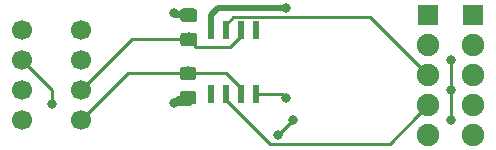
<source format=gbr>
G04 #@! TF.GenerationSoftware,KiCad,Pcbnew,5.0.0-fee4fd1~66~ubuntu18.04.1*
G04 #@! TF.CreationDate,2018-10-20T19:30:02+02:00*
G04 #@! TF.ProjectId,bmp280-sensor-board,626D703238302D73656E736F722D626F,rev?*
G04 #@! TF.SameCoordinates,Original*
G04 #@! TF.FileFunction,Copper,L1,Top,Signal*
G04 #@! TF.FilePolarity,Positive*
%FSLAX46Y46*%
G04 Gerber Fmt 4.6, Leading zero omitted, Abs format (unit mm)*
G04 Created by KiCad (PCBNEW 5.0.0-fee4fd1~66~ubuntu18.04.1) date Sat Oct 20 19:30:02 2018*
%MOMM*%
%LPD*%
G01*
G04 APERTURE LIST*
G04 #@! TA.AperFunction,Conductor*
%ADD10C,0.100000*%
G04 #@! TD*
G04 #@! TA.AperFunction,SMDPad,CuDef*
%ADD11C,1.150000*%
G04 #@! TD*
G04 #@! TA.AperFunction,SMDPad,CuDef*
%ADD12R,0.600000X1.550000*%
G04 #@! TD*
G04 #@! TA.AperFunction,ComponentPad*
%ADD13C,1.700000*%
G04 #@! TD*
G04 #@! TA.AperFunction,ComponentPad*
%ADD14R,1.800000X1.800000*%
G04 #@! TD*
G04 #@! TA.AperFunction,ComponentPad*
%ADD15O,1.900000X1.900000*%
G04 #@! TD*
G04 #@! TA.AperFunction,ViaPad*
%ADD16C,0.800000*%
G04 #@! TD*
G04 #@! TA.AperFunction,Conductor*
%ADD17C,0.500000*%
G04 #@! TD*
G04 #@! TA.AperFunction,Conductor*
%ADD18C,0.250000*%
G04 #@! TD*
G04 #@! TA.AperFunction,Conductor*
%ADD19C,0.400000*%
G04 #@! TD*
G04 APERTURE END LIST*
D10*
G04 #@! TO.N,+3V3*
G04 #@! TO.C,R1*
G36*
X110329505Y-43466204D02*
X110353773Y-43469804D01*
X110377572Y-43475765D01*
X110400671Y-43484030D01*
X110422850Y-43494520D01*
X110443893Y-43507132D01*
X110463599Y-43521747D01*
X110481777Y-43538223D01*
X110498253Y-43556401D01*
X110512868Y-43576107D01*
X110525480Y-43597150D01*
X110535970Y-43619329D01*
X110544235Y-43642428D01*
X110550196Y-43666227D01*
X110553796Y-43690495D01*
X110555000Y-43714999D01*
X110555000Y-44365001D01*
X110553796Y-44389505D01*
X110550196Y-44413773D01*
X110544235Y-44437572D01*
X110535970Y-44460671D01*
X110525480Y-44482850D01*
X110512868Y-44503893D01*
X110498253Y-44523599D01*
X110481777Y-44541777D01*
X110463599Y-44558253D01*
X110443893Y-44572868D01*
X110422850Y-44585480D01*
X110400671Y-44595970D01*
X110377572Y-44604235D01*
X110353773Y-44610196D01*
X110329505Y-44613796D01*
X110305001Y-44615000D01*
X109404999Y-44615000D01*
X109380495Y-44613796D01*
X109356227Y-44610196D01*
X109332428Y-44604235D01*
X109309329Y-44595970D01*
X109287150Y-44585480D01*
X109266107Y-44572868D01*
X109246401Y-44558253D01*
X109228223Y-44541777D01*
X109211747Y-44523599D01*
X109197132Y-44503893D01*
X109184520Y-44482850D01*
X109174030Y-44460671D01*
X109165765Y-44437572D01*
X109159804Y-44413773D01*
X109156204Y-44389505D01*
X109155000Y-44365001D01*
X109155000Y-43714999D01*
X109156204Y-43690495D01*
X109159804Y-43666227D01*
X109165765Y-43642428D01*
X109174030Y-43619329D01*
X109184520Y-43597150D01*
X109197132Y-43576107D01*
X109211747Y-43556401D01*
X109228223Y-43538223D01*
X109246401Y-43521747D01*
X109266107Y-43507132D01*
X109287150Y-43494520D01*
X109309329Y-43484030D01*
X109332428Y-43475765D01*
X109356227Y-43469804D01*
X109380495Y-43466204D01*
X109404999Y-43465000D01*
X110305001Y-43465000D01*
X110329505Y-43466204D01*
X110329505Y-43466204D01*
G37*
D11*
G04 #@! TD*
G04 #@! TO.P,R1,1*
G04 #@! TO.N,+3V3*
X109855000Y-44040000D03*
D10*
G04 #@! TO.N,/SCL*
G04 #@! TO.C,R1*
G36*
X110329505Y-45516204D02*
X110353773Y-45519804D01*
X110377572Y-45525765D01*
X110400671Y-45534030D01*
X110422850Y-45544520D01*
X110443893Y-45557132D01*
X110463599Y-45571747D01*
X110481777Y-45588223D01*
X110498253Y-45606401D01*
X110512868Y-45626107D01*
X110525480Y-45647150D01*
X110535970Y-45669329D01*
X110544235Y-45692428D01*
X110550196Y-45716227D01*
X110553796Y-45740495D01*
X110555000Y-45764999D01*
X110555000Y-46415001D01*
X110553796Y-46439505D01*
X110550196Y-46463773D01*
X110544235Y-46487572D01*
X110535970Y-46510671D01*
X110525480Y-46532850D01*
X110512868Y-46553893D01*
X110498253Y-46573599D01*
X110481777Y-46591777D01*
X110463599Y-46608253D01*
X110443893Y-46622868D01*
X110422850Y-46635480D01*
X110400671Y-46645970D01*
X110377572Y-46654235D01*
X110353773Y-46660196D01*
X110329505Y-46663796D01*
X110305001Y-46665000D01*
X109404999Y-46665000D01*
X109380495Y-46663796D01*
X109356227Y-46660196D01*
X109332428Y-46654235D01*
X109309329Y-46645970D01*
X109287150Y-46635480D01*
X109266107Y-46622868D01*
X109246401Y-46608253D01*
X109228223Y-46591777D01*
X109211747Y-46573599D01*
X109197132Y-46553893D01*
X109184520Y-46532850D01*
X109174030Y-46510671D01*
X109165765Y-46487572D01*
X109159804Y-46463773D01*
X109156204Y-46439505D01*
X109155000Y-46415001D01*
X109155000Y-45764999D01*
X109156204Y-45740495D01*
X109159804Y-45716227D01*
X109165765Y-45692428D01*
X109174030Y-45669329D01*
X109184520Y-45647150D01*
X109197132Y-45626107D01*
X109211747Y-45606401D01*
X109228223Y-45588223D01*
X109246401Y-45571747D01*
X109266107Y-45557132D01*
X109287150Y-45544520D01*
X109309329Y-45534030D01*
X109332428Y-45525765D01*
X109356227Y-45519804D01*
X109380495Y-45516204D01*
X109404999Y-45515000D01*
X110305001Y-45515000D01*
X110329505Y-45516204D01*
X110329505Y-45516204D01*
G37*
D11*
G04 #@! TD*
G04 #@! TO.P,R1,2*
G04 #@! TO.N,/SCL*
X109855000Y-46090000D03*
D10*
G04 #@! TO.N,+3V3*
G04 #@! TO.C,R2*
G36*
X110284505Y-50451204D02*
X110308773Y-50454804D01*
X110332572Y-50460765D01*
X110355671Y-50469030D01*
X110377850Y-50479520D01*
X110398893Y-50492132D01*
X110418599Y-50506747D01*
X110436777Y-50523223D01*
X110453253Y-50541401D01*
X110467868Y-50561107D01*
X110480480Y-50582150D01*
X110490970Y-50604329D01*
X110499235Y-50627428D01*
X110505196Y-50651227D01*
X110508796Y-50675495D01*
X110510000Y-50699999D01*
X110510000Y-51350001D01*
X110508796Y-51374505D01*
X110505196Y-51398773D01*
X110499235Y-51422572D01*
X110490970Y-51445671D01*
X110480480Y-51467850D01*
X110467868Y-51488893D01*
X110453253Y-51508599D01*
X110436777Y-51526777D01*
X110418599Y-51543253D01*
X110398893Y-51557868D01*
X110377850Y-51570480D01*
X110355671Y-51580970D01*
X110332572Y-51589235D01*
X110308773Y-51595196D01*
X110284505Y-51598796D01*
X110260001Y-51600000D01*
X109359999Y-51600000D01*
X109335495Y-51598796D01*
X109311227Y-51595196D01*
X109287428Y-51589235D01*
X109264329Y-51580970D01*
X109242150Y-51570480D01*
X109221107Y-51557868D01*
X109201401Y-51543253D01*
X109183223Y-51526777D01*
X109166747Y-51508599D01*
X109152132Y-51488893D01*
X109139520Y-51467850D01*
X109129030Y-51445671D01*
X109120765Y-51422572D01*
X109114804Y-51398773D01*
X109111204Y-51374505D01*
X109110000Y-51350001D01*
X109110000Y-50699999D01*
X109111204Y-50675495D01*
X109114804Y-50651227D01*
X109120765Y-50627428D01*
X109129030Y-50604329D01*
X109139520Y-50582150D01*
X109152132Y-50561107D01*
X109166747Y-50541401D01*
X109183223Y-50523223D01*
X109201401Y-50506747D01*
X109221107Y-50492132D01*
X109242150Y-50479520D01*
X109264329Y-50469030D01*
X109287428Y-50460765D01*
X109311227Y-50454804D01*
X109335495Y-50451204D01*
X109359999Y-50450000D01*
X110260001Y-50450000D01*
X110284505Y-50451204D01*
X110284505Y-50451204D01*
G37*
D11*
G04 #@! TD*
G04 #@! TO.P,R2,2*
G04 #@! TO.N,+3V3*
X109810000Y-51025000D03*
D10*
G04 #@! TO.N,/SDA*
G04 #@! TO.C,R2*
G36*
X110284505Y-48401204D02*
X110308773Y-48404804D01*
X110332572Y-48410765D01*
X110355671Y-48419030D01*
X110377850Y-48429520D01*
X110398893Y-48442132D01*
X110418599Y-48456747D01*
X110436777Y-48473223D01*
X110453253Y-48491401D01*
X110467868Y-48511107D01*
X110480480Y-48532150D01*
X110490970Y-48554329D01*
X110499235Y-48577428D01*
X110505196Y-48601227D01*
X110508796Y-48625495D01*
X110510000Y-48649999D01*
X110510000Y-49300001D01*
X110508796Y-49324505D01*
X110505196Y-49348773D01*
X110499235Y-49372572D01*
X110490970Y-49395671D01*
X110480480Y-49417850D01*
X110467868Y-49438893D01*
X110453253Y-49458599D01*
X110436777Y-49476777D01*
X110418599Y-49493253D01*
X110398893Y-49507868D01*
X110377850Y-49520480D01*
X110355671Y-49530970D01*
X110332572Y-49539235D01*
X110308773Y-49545196D01*
X110284505Y-49548796D01*
X110260001Y-49550000D01*
X109359999Y-49550000D01*
X109335495Y-49548796D01*
X109311227Y-49545196D01*
X109287428Y-49539235D01*
X109264329Y-49530970D01*
X109242150Y-49520480D01*
X109221107Y-49507868D01*
X109201401Y-49493253D01*
X109183223Y-49476777D01*
X109166747Y-49458599D01*
X109152132Y-49438893D01*
X109139520Y-49417850D01*
X109129030Y-49395671D01*
X109120765Y-49372572D01*
X109114804Y-49348773D01*
X109111204Y-49324505D01*
X109110000Y-49300001D01*
X109110000Y-48649999D01*
X109111204Y-48625495D01*
X109114804Y-48601227D01*
X109120765Y-48577428D01*
X109129030Y-48554329D01*
X109139520Y-48532150D01*
X109152132Y-48511107D01*
X109166747Y-48491401D01*
X109183223Y-48473223D01*
X109201401Y-48456747D01*
X109221107Y-48442132D01*
X109242150Y-48429520D01*
X109264329Y-48419030D01*
X109287428Y-48410765D01*
X109311227Y-48404804D01*
X109335495Y-48401204D01*
X109359999Y-48400000D01*
X110260001Y-48400000D01*
X110284505Y-48401204D01*
X110284505Y-48401204D01*
G37*
D11*
G04 #@! TD*
G04 #@! TO.P,R2,1*
G04 #@! TO.N,/SDA*
X109810000Y-48975000D03*
D12*
G04 #@! TO.P,U3,1*
G04 #@! TO.N,Net-(U3-Pad1)*
X111715000Y-50710000D03*
G04 #@! TO.P,U3,2*
G04 #@! TO.N,/SDABUF*
X112985000Y-50710000D03*
G04 #@! TO.P,U3,3*
G04 #@! TO.N,/SDA*
X114255000Y-50710000D03*
G04 #@! TO.P,U3,4*
G04 #@! TO.N,GND*
X115525000Y-50710000D03*
G04 #@! TO.P,U3,5*
G04 #@! TO.N,Net-(U3-Pad5)*
X115525000Y-45310000D03*
G04 #@! TO.P,U3,6*
G04 #@! TO.N,/SCL*
X114255000Y-45310000D03*
G04 #@! TO.P,U3,7*
G04 #@! TO.N,/SCLBUF*
X112985000Y-45310000D03*
G04 #@! TO.P,U3,8*
G04 #@! TO.N,+5V*
X111715000Y-45310000D03*
G04 #@! TD*
D13*
G04 #@! TO.P,U2,4*
G04 #@! TO.N,/SDA*
X95737000Y-52915500D03*
G04 #@! TO.P,U2,3*
G04 #@! TO.N,/SCL*
X95737000Y-50375500D03*
G04 #@! TO.P,U2,2*
G04 #@! TO.N,GND*
X95737000Y-47835500D03*
G04 #@! TO.P,U2,1*
G04 #@! TO.N,+3V3*
X95737000Y-45295500D03*
G04 #@! TD*
G04 #@! TO.P,U4,1*
G04 #@! TO.N,+3V3*
X100774500Y-45275500D03*
G04 #@! TO.P,U4,2*
G04 #@! TO.N,GND*
X100774500Y-47815500D03*
G04 #@! TO.P,U4,3*
G04 #@! TO.N,/SCL*
X100774500Y-50355500D03*
G04 #@! TO.P,U4,4*
G04 #@! TO.N,/SDA*
X100774500Y-52895500D03*
G04 #@! TD*
D14*
G04 #@! TO.P,J1,1*
G04 #@! TO.N,GND*
X130130000Y-44040000D03*
D15*
G04 #@! TO.P,J1,2*
G04 #@! TO.N,Net-(J1-Pad2)*
X130130000Y-46580000D03*
G04 #@! TO.P,J1,3*
G04 #@! TO.N,/SCLBUF*
X130130000Y-49120000D03*
G04 #@! TO.P,J1,4*
G04 #@! TO.N,/SDABUF*
X130130000Y-51660000D03*
G04 #@! TO.P,J1,5*
G04 #@! TO.N,+5V*
X130130000Y-54200000D03*
G04 #@! TD*
G04 #@! TO.P,J2,5*
G04 #@! TO.N,+5V*
X133940000Y-54200000D03*
G04 #@! TO.P,J2,4*
G04 #@! TO.N,/SDABUF*
X133940000Y-51660000D03*
G04 #@! TO.P,J2,3*
G04 #@! TO.N,/SCLBUF*
X133940000Y-49120000D03*
G04 #@! TO.P,J2,2*
G04 #@! TO.N,Net-(J2-Pad2)*
X133940000Y-46580000D03*
D14*
G04 #@! TO.P,J2,1*
G04 #@! TO.N,GND*
X133940000Y-44040000D03*
G04 #@! TD*
D16*
G04 #@! TO.N,+5V*
X118065000Y-43405000D03*
G04 #@! TO.N,GND*
X98298000Y-51562000D03*
X117430000Y-54200000D03*
X118700000Y-52930000D03*
X132035000Y-47850000D03*
X132035000Y-50390000D03*
X132035000Y-52930000D03*
X118065000Y-51025000D03*
G04 #@! TO.N,+3V3*
X108585000Y-51435000D03*
X108585000Y-43815000D03*
G04 #@! TD*
D17*
G04 #@! TO.N,+5V*
X111715000Y-44035000D02*
X112345000Y-43405000D01*
X111715000Y-45310000D02*
X111715000Y-44035000D01*
X112345000Y-43405000D02*
X118065000Y-43405000D01*
D18*
G04 #@! TO.N,GND*
X95737000Y-47835500D02*
X98298000Y-50396500D01*
X98298000Y-50396500D02*
X98298000Y-51562000D01*
X117430000Y-54200000D02*
X118700000Y-52930000D01*
X132035000Y-47850000D02*
X132035000Y-50390000D01*
X132035000Y-50390000D02*
X132035000Y-52930000D01*
X132035000Y-52930000D02*
X132035000Y-52930000D01*
X115525000Y-50710000D02*
X117750000Y-50710000D01*
X117750000Y-50710000D02*
X118065000Y-51025000D01*
D19*
G04 #@! TO.N,+3V3*
X108585000Y-51435000D02*
X109855000Y-51435000D01*
X109710000Y-43815000D02*
X109855000Y-43670000D01*
X108585000Y-43815000D02*
X109710000Y-43815000D01*
X108810000Y-44040000D02*
X108585000Y-43815000D01*
X109855000Y-44040000D02*
X108810000Y-44040000D01*
X108995000Y-51025000D02*
X108585000Y-51435000D01*
X109810000Y-51025000D02*
X108995000Y-51025000D01*
D18*
G04 #@! TO.N,/SDABUF*
X113030000Y-50960000D02*
X113030000Y-50485000D01*
G04 #@! TO.N,/SCL*
X110478372Y-46713372D02*
X109855000Y-46090000D01*
X113326628Y-46713372D02*
X110478372Y-46713372D01*
X114255000Y-45785000D02*
X113326628Y-46713372D01*
X114255000Y-45310000D02*
X114255000Y-45785000D01*
X105040000Y-46090000D02*
X100774500Y-50355500D01*
X109855000Y-46090000D02*
X105040000Y-46090000D01*
G04 #@! TO.N,/SDA*
X114300000Y-50960000D02*
X114300000Y-50485000D01*
X110610000Y-48975000D02*
X109810000Y-48975000D01*
X112995000Y-48975000D02*
X110610000Y-48975000D01*
X114255000Y-50235000D02*
X112995000Y-48975000D01*
X114255000Y-50710000D02*
X114255000Y-50235000D01*
X104695000Y-48975000D02*
X100774500Y-52895500D01*
X109810000Y-48975000D02*
X104695000Y-48975000D01*
G04 #@! TO.N,/SDABUF*
X129180001Y-52609999D02*
X130130000Y-51660000D01*
X126864999Y-54925001D02*
X129180001Y-52609999D01*
X116725001Y-54925001D02*
X126864999Y-54925001D01*
X112985000Y-51185000D02*
X116725001Y-54925001D01*
X112985000Y-50710000D02*
X112985000Y-51185000D01*
G04 #@! TO.N,/SCLBUF*
X129180001Y-48170001D02*
X130130000Y-49120000D01*
X125219999Y-44209999D02*
X129180001Y-48170001D01*
X113610001Y-44209999D02*
X125219999Y-44209999D01*
X112985000Y-44835000D02*
X113610001Y-44209999D01*
X112985000Y-45310000D02*
X112985000Y-44835000D01*
G04 #@! TD*
M02*

</source>
